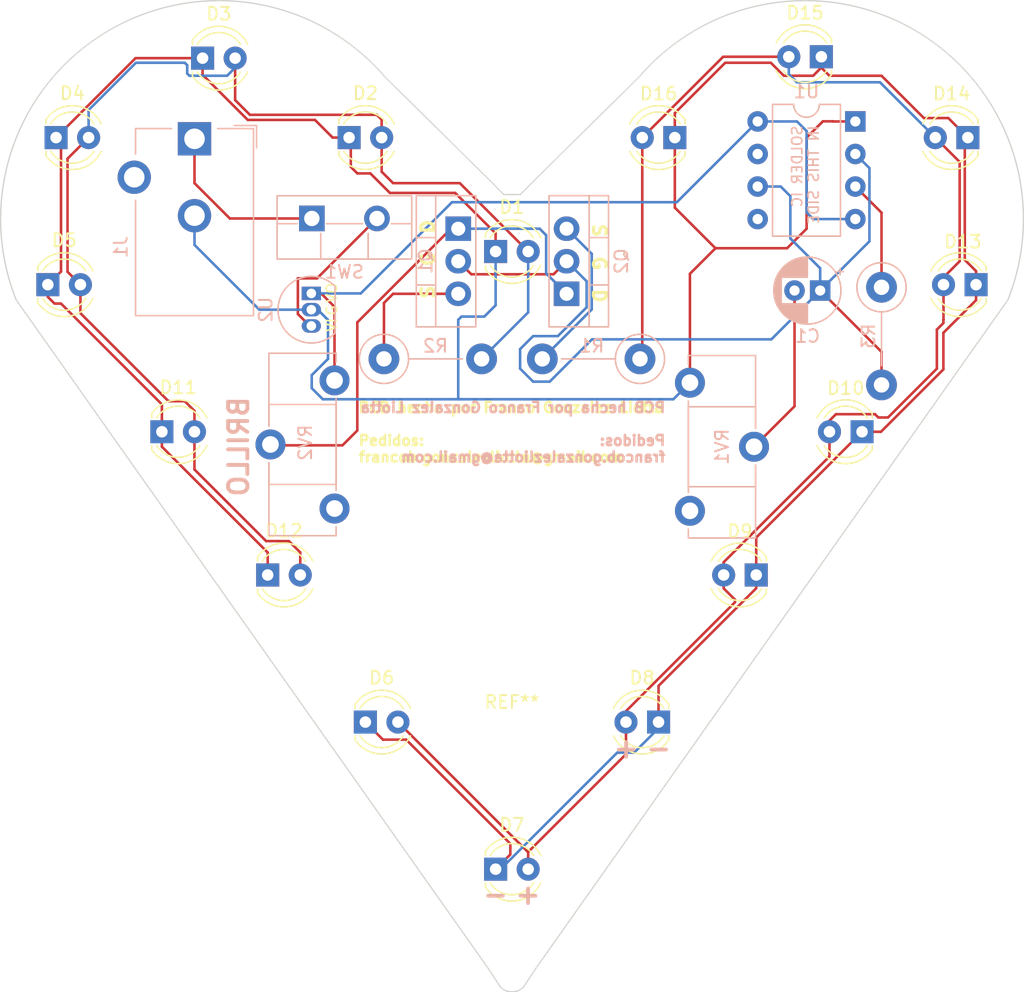
<source format=kicad_pcb>
(kicad_pcb (version 20221018) (generator pcbnew)
  (layers (0 "F.Cu" signal) (31 "B.Cu" signal) (34 "B.Paste" user) (35 "F.Paste" user) (36 "B.SilkS" user "B.Silkscreen") (37 "F.SilkS" user "F.Silkscreen") (38 "B.Mask" user) (39 "F.Mask" user) (44 "Edge.Cuts" user))
  (net 0 "")
  (net 1 "Net-(D1-A)")
  (net 2 "Net-(U2-VI)")
  (net 6 "Net-(D16-A)")
  (net 7 "unconnected-(C1-Pad2)")
  (net 8 "unconnected-(Q1-G-Pad2)")
  (net 9 "unconnected-(Q1-S-Pad3)")
  (net 10 "unconnected-(Q2-S-Pad3)")
  (net 12 "unconnected-(RV2-Pad2)")
  (net 13 "unconnected-(U1-Q-Pad3)")
  (net 14 "unconnected-(U2-GND-Pad2)")
  (net 15 "Net-(U2-VO)")
  (net 16 "NET-(J1-VI)")
  (footprint "LED_THT:LED_D4.0mm" (layer "F.Cu") (at 125.09 84.94)
    (fp_text reference "D12" (at 1.27 -3.46) (layer "F.SilkS"))
    (fp_text value "LED")
    (pad "1" thru_hole rect (at 0 0) (size 1.8 1.8) (drill 0.9) (layers "*.Cu" "*.Mask") (net 14 "unconnected-(U2-GND-Pad2)"))
    (pad "2" thru_hole circle (at 2.54 0) (size 1.8 1.8) (drill 0.9) (layers "*.Cu" "*.Mask") (net 1 "Net-(D1-A)"))
  )
  (footprint "LED_THT:LED_D4.0mm" (layer "F.Cu") (at 163.2 84.94 180)
    (fp_text reference "D9" (at 1.27 3.406) (layer "F.SilkS"))
    (fp_text value "LED")
    (pad "1" thru_hole rect (at 0 0 180) (size 1.8 1.8) (drill 0.9) (layers "*.Cu" "*.Mask") (net 14 "unconnected-(U2-GND-Pad2)"))
    (pad "2" thru_hole circle (at 2.54 0 180) (size 1.8 1.8) (drill 0.9) (layers "*.Cu" "*.Mask") (net 6 "Net-(D16-A)"))
  )
  (footprint "LED_THT:LED_D4.0mm" (layer "F.Cu") (at 132.71 96.42)
    (fp_text reference "D6" (at 1.27 -3.46) (layer "F.SilkS"))
    (fp_text value "LED")
    (pad "1" thru_hole rect (at 0 0) (size 1.8 1.8) (drill 0.9) (layers "*.Cu" "*.Mask") (net 14 "unconnected-(U2-GND-Pad2)"))
    (pad "2" thru_hole circle (at 2.54 0) (size 1.8 1.8) (drill 0.9) (layers "*.Cu" "*.Mask") (net 6 "Net-(D16-A)"))
  )
  (footprint "LED_THT:LED_D4.0mm" (layer "F.Cu") (at 142.87 59.69)
    (fp_text reference "D1" (at 1.27 -3.46) (layer "F.SilkS"))
    (fp_text value "LED")
    (pad "1" thru_hole rect (at 0 0) (size 1.8 1.8) (drill 0.9) (layers "*.Cu" "*.Mask") (net 14 "unconnected-(U2-GND-Pad2)"))
    (pad "2" thru_hole circle (at 2.54 0) (size 1.8 1.8) (drill 0.9) (layers "*.Cu" "*.Mask") (net 1 "Net-(D1-A)"))
  )
  (footprint "LED_THT:LED_D4.0mm" (layer "F.Cu") (at 107.94 62.28)
    (fp_text reference "D5" (at 1.27 -3.46) (layer "F.SilkS"))
    (fp_text value "LED")
    (pad "1" thru_hole rect (at 0 0) (size 1.8 1.8) (drill 0.9) (layers "*.Cu" "*.Mask") (net 14 "unconnected-(U2-GND-Pad2)"))
    (pad "2" thru_hole circle (at 2.54 0) (size 1.8 1.8) (drill 0.9) (layers "*.Cu" "*.Mask") (net 1 "Net-(D1-A)"))
  )
  (footprint "LED_THT:LED_D4.0mm" (layer "F.Cu") (at 156.85 50.8 180)
    (fp_text reference "D16" (at 1.27 3.429) (layer "F.SilkS"))
    (fp_text value "LED")
    (pad "1" thru_hole rect (at 0 0 180) (size 1.8 1.8) (drill 0.9) (layers "*.Cu" "*.Mask") (net 14 "unconnected-(U2-GND-Pad2)"))
    (pad "2" thru_hole circle (at 2.54 0 180) (size 1.8 1.8) (drill 0.9) (layers "*.Cu" "*.Mask") (net 6 "Net-(D16-A)"))
  )
  (footprint "LED_THT:LED_D4.0mm" (layer "F.Cu") (at 120.01 44.6)
    (fp_text reference "D3" (at 1.27 -3.46) (layer "F.SilkS"))
    (fp_text value "LED")
    (pad "1" thru_hole rect (at 0 0) (size 1.8 1.8) (drill 0.9) (layers "*.Cu" "*.Mask") (net 14 "unconnected-(U2-GND-Pad2)"))
    (pad "2" thru_hole circle (at 2.54 0) (size 1.8 1.8) (drill 0.9) (layers "*.Cu" "*.Mask") (net 1 "Net-(D1-A)"))
  )
  (footprint "MountingHole:MountingHole_3.2mm_M3" (layer "F.Cu") (at 144.145 99.06)
    (fp_text reference "REF**" (at 0 -4.2) (layer "F.SilkS"))
    (fp_text value "MountingHole_3.2mm_M3")
    (pad "" np_thru_hole circle (at 0 0) (size 3.2 3.2) (drill 3.2) (layers "*.Cu" "*.Mask"))
  )
  (footprint "LED_THT:LED_D4.0mm" (layer "F.Cu") (at 142.87 107.9)
    (fp_text reference "D7" (at 1.27 -3.46) (layer "F.SilkS"))
    (fp_text value "LED")
    (pad "1" thru_hole rect (at 0 0) (size 1.8 1.8) (drill 0.9) (layers "*.Cu" "*.Mask") (net 14 "unconnected-(U2-GND-Pad2)"))
    (pad "2" thru_hole circle (at 2.54 0) (size 1.8 1.8) (drill 0.9) (layers "*.Cu" "*.Mask") (net 6 "Net-(D16-A)"))
  )
  (footprint "LED_THT:LED_D4.0mm" (layer "F.Cu") (at 168.28 44.49 180)
    (fp_text reference "D15" (at 1.27 3.429) (layer "F.SilkS"))
    (fp_text value "LED")
    (pad "1" thru_hole rect (at 0 0 180) (size 1.8 1.8) (drill 0.9) (layers "*.Cu" "*.Mask") (net 14 "unconnected-(U2-GND-Pad2)"))
    (pad "2" thru_hole circle (at 2.54 0 180) (size 1.8 1.8) (drill 0.9) (layers "*.Cu" "*.Mask") (net 6 "Net-(D16-A)"))
  )
  (footprint "LED_THT:LED_D4.0mm" (layer "F.Cu") (at 131.44 50.8)
    (fp_text reference "D2" (at 1.27 -3.46) (layer "F.SilkS"))
    (fp_text value "LED")
    (pad "1" thru_hole rect (at 0 0) (size 1.8 1.8) (drill 0.9) (layers "*.Cu" "*.Mask") (net 14 "unconnected-(U2-GND-Pad2)"))
    (pad "2" thru_hole circle (at 2.54 0) (size 1.8 1.8) (drill 0.9) (layers "*.Cu" "*.Mask") (net 1 "Net-(D1-A)"))
  )
  (footprint "LED_THT:LED_D4.0mm" (layer "F.Cu") (at 180.35 62.28 180)
    (fp_text reference "D13" (at 1.026 3.352) (layer "F.SilkS"))
    (fp_text value "LED")
    (pad "1" thru_hole rect (at 0 0 180) (size 1.8 1.8) (drill 0.9) (layers "*.Cu" "*.Mask") (net 14 "unconnected-(U2-GND-Pad2)"))
    (pad "2" thru_hole circle (at 2.54 0 180) (size 1.8 1.8) (drill 0.9) (layers "*.Cu" "*.Mask") (net 6 "Net-(D16-A)"))
  )
  (footprint "LED_THT:LED_D4.0mm" (layer "F.Cu") (at 116.835 73.76)
    (fp_text reference "D11" (at 1.27 -3.46) (layer "F.SilkS"))
    (fp_text value "LED")
    (pad "1" thru_hole rect (at 0 0) (size 1.8 1.8) (drill 0.9) (layers "*.Cu" "*.Mask") (net 14 "unconnected-(U2-GND-Pad2)"))
    (pad "2" thru_hole circle (at 2.54 0) (size 1.8 1.8) (drill 0.9) (layers "*.Cu" "*.Mask") (net 1 "Net-(D1-A)"))
  )
  (footprint "LED_THT:LED_D4.0mm" (layer "F.Cu") (at 155.58 96.42 180)
    (fp_text reference "D8" (at 1.28 3.456) (layer "F.SilkS"))
    (fp_text value "LED")
    (pad "1" thru_hole rect (at 0 0 180) (size 1.8 1.8) (drill 0.9) (layers "*.Cu" "*.Mask") (net 14 "unconnected-(U2-GND-Pad2)"))
    (pad "2" thru_hole circle (at 2.54 0 180) (size 1.8 1.8) (drill 0.9) (layers "*.Cu" "*.Mask") (net 6 "Net-(D16-A)"))
  )
  (footprint "LED_THT:LED_D4.0mm" (layer "F.Cu") (at 171.455 73.76 180)
    (fp_text reference "D10" (at 1.27 3.402) (layer "F.SilkS"))
    (fp_text value "LED")
    (pad "1" thru_hole rect (at 0 0 180) (size 1.8 1.8) (drill 0.9) (layers "*.Cu" "*.Mask") (net 14 "unconnected-(U2-GND-Pad2)"))
    (pad "2" thru_hole circle (at 2.54 0 180) (size 1.8 1.8) (drill 0.9) (layers "*.Cu" "*.Mask") (net 6 "Net-(D16-A)"))
  )
  (footprint "LED_THT:LED_D4.0mm" (layer "F.Cu") (at 179.71 50.8 180)
    (fp_text reference "D14" (at 1.27 3.429) (layer "F.SilkS"))
    (fp_text value "LED")
    (pad "1" thru_hole rect (at 0 0 180) (size 1.8 1.8) (drill 0.9) (layers "*.Cu" "*.Mask") (net 14 "unconnected-(U2-GND-Pad2)"))
    (pad "2" thru_hole circle (at 2.54 0 180) (size 1.8 1.8) (drill 0.9) (layers "*.Cu" "*.Mask") (net 6 "Net-(D16-A)"))
  )
  (footprint "LED_THT:LED_D4.0mm" (layer "F.Cu") (at 108.58 50.8)
    (fp_text reference "D4" (at 1.27 -3.46) (layer "F.SilkS"))
    (fp_text value "LED")
    (pad "1" thru_hole rect (at 0 0) (size 1.8 1.8) (drill 0.9) (layers "*.Cu" "*.Mask") (net 14 "unconnected-(U2-GND-Pad2)"))
    (pad "2" thru_hole circle (at 2.54 0) (size 1.8 1.8) (drill 0.9) (layers "*.Cu" "*.Mask") (net 1 "Net-(D1-A)"))
  )
  (footprint "Package_TO_SOT_THT:TO-92_Inline" (layer "B.Cu") (at 128.494 62.962 -90)
    (fp_text reference "U2" (at 1.27 3.56 -270) (layer "B.SilkS") (effects (justify mirror)))
    (fp_text value "L78L05_TO92")
    (pad "1" thru_hole rect (at 0 0 270) (size 1.05 1.5) (drill 0.75) (layers "*.Cu" "*.Mask") (net 15 "Net-(U2-VO)"))
    (pad "2" thru_hole oval (at 1.27 0 270) (size 1.05 1.5) (drill 0.75) (layers "*.Cu" "*.Mask") (net 14 "unconnected-(U2-GND-Pad2)"))
    (pad "3" thru_hole oval (at 2.54 0 270) (size 1.05 1.5) (drill 0.75) (layers "*.Cu" "*.Mask") (net 2 "Net-(U2-VI)"))
  )
  (footprint "Package_TO_SOT_THT:TO-220-3_Vertical" (layer "B.Cu") (at 139.954 57.912 -90)
    (fp_text reference "Q1" (at 2.54 2.54 90) (layer "B.SilkS") (effects (justify mirror)))
    (fp_text value "NMOS")
    (pad "1" thru_hole rect (at 0 0 270) (size 1.905 2) (drill 1.1) (layers "*.Cu" "*.Mask") (net 12 "unconnected-(RV2-Pad2)"))
    (pad "2" thru_hole oval (at 2.54 0 270) (size 1.905 2) (drill 1.1) (layers "*.Cu" "*.Mask") (net 8 "unconnected-(Q1-G-Pad2)"))
    (pad "3" thru_hole oval (at 5.08 0 270) (size 1.905 2) (drill 1.1) (layers "*.Cu" "*.Mask") (net 9 "unconnected-(Q1-S-Pad3)"))
  )
  (footprint "Resistor_THT:R_Axial_DIN0411_L9.9mm_D3.6mm_P7.62mm_Vertical" (layer "B.Cu") (at 134.158 68.072)
    (fp_text reference "R2" (at 4.018 -1.016 180) (layer "B.SilkS") (effects (justify mirror)))
    (fp_text value "R")
    (pad "1" thru_hole circle (at 0 0) (size 2.4 2.4) (drill 1.2) (layers "*.Cu" "*.Mask") (net 9 "unconnected-(Q1-S-Pad3)"))
    (pad "2" thru_hole oval (at 7.62 0) (size 2.4 2.4) (drill 1.2) (layers "*.Cu" "*.Mask") (net 1 "Net-(D1-A)"))
  )
  (footprint "Connector_BarrelJack:BarrelJack_CUI_PJ-102AH_Horizontal" (layer "B.Cu") (at 119.38 50.896 180)
    (fp_text reference "J1" (at 5.75 -8.45 90) (layer "B.SilkS") (effects (justify mirror)))
    (fp_text value "Jack-DC")
    (pad "1" thru_hole rect (at 0 0 180) (size 2.6 2.6) (drill 1.6) (layers "*.Cu" "*.Mask") (net 16 "NET-(J1-VI)"))
    (pad "2" thru_hole circle (at 0 -6 180) (size 2.6 2.6) (drill 1.6) (layers "*.Cu" "*.Mask") (net 14 "unconnected-(U2-GND-Pad2)"))
    (pad "3" thru_hole circle (at 4.7 -3 180) (size 2.6 2.6) (drill 1.6) (layers "*.Cu" "*.Mask"))
  )
  (footprint "Capacitor_THT:CP_Radial_D5.0mm_P2.00mm" (layer "B.Cu") (at 168.189113 62.738 180)
    (fp_text reference "C1" (at 0.984 -3.556) (layer "B.SilkS") (effects (justify mirror)))
    (fp_text value "C_Polarized")
    (pad "1" thru_hole rect (at 0 0 180) (size 1.6 1.6) (drill 0.8) (layers "*.Cu" "*.Mask") (net 8 "unconnected-(Q1-G-Pad2)"))
    (pad "2" thru_hole circle (at 2 0 180) (size 1.6 1.6) (drill 0.8) (layers "*.Cu" "*.Mask") (net 7 "unconnected-(C1-Pad2)"))
  )
  (footprint "Potentiometer_THT:Potentiometer_ACP_CA14-H5_Horizontal" (layer "B.Cu") (at 130.304 69.752 180)
    (fp_text reference "RV2" (at 2.286 -4.856 90) (layer "B.SilkS") (effects (justify mirror)))
    (fp_text value "R_Potentiometer")
    (pad "1" thru_hole circle (at 0 0 180) (size 2.34 2.34) (drill 1.3) (layers "*.Cu" "*.Mask") (net 15 "Net-(U2-VO)"))
    (pad "2" thru_hole circle (at 5 -5 180) (size 2.34 2.34) (drill 1.3) (layers "*.Cu" "*.Mask") (net 12 "unconnected-(RV2-Pad2)"))
    (pad "3" thru_hole circle (at 0 -10 180) (size 2.34 2.34) (drill 1.3) (layers "*.Cu" "*.Mask"))
  )
  (footprint "Resistor_THT:R_Axial_DIN0411_L9.9mm_D3.6mm_P7.62mm_Vertical" (layer "B.Cu") (at 172.974 62.484 -90)
    (fp_text reference "R3" (at 3.81 1.016 90) (layer "B.SilkS") (effects (justify mirror)))
    (fp_text value "R")
    (pad "1" thru_hole circle (at 0 0 270) (size 2.4 2.4) (drill 1.2) (layers "*.Cu" "*.Mask") (net 13 "unconnected-(U1-Q-Pad3)"))
    (pad "2" thru_hole oval (at 7.62 0 270) (size 2.4 2.4) (drill 1.2) (layers "*.Cu" "*.Mask") (net 8 "unconnected-(Q1-G-Pad2)"))
  )
  (footprint "Package_TO_SOT_THT:TO-220-3_Vertical" (layer "B.Cu") (at 148.407 62.992 90)
    (fp_text reference "Q2" (at 2.54 4.27 90) (layer "B.SilkS") (effects (justify mirror)))
    (fp_text value "NMOS")
    (pad "1" thru_hole rect (at 0 0 90) (size 1.905 2) (drill 1.1) (layers "*.Cu" "*.Mask") (net 12 "unconnected-(RV2-Pad2)"))
    (pad "2" thru_hole oval (at 2.54 0 90) (size 1.905 2) (drill 1.1) (layers "*.Cu" "*.Mask") (net 8 "unconnected-(Q1-G-Pad2)"))
    (pad "3" thru_hole oval (at 5.08 0 90) (size 1.905 2) (drill 1.1) (layers "*.Cu" "*.Mask") (net 10 "unconnected-(Q2-S-Pad3)"))
  )
  (footprint "Package_TO_SOT_THT:TO-220F-2_Vertical" (layer "B.Cu") (at 128.534 57.112)
    (fp_text reference "SW1" (at 2.54 4.1675) (layer "B.SilkS") (effects (justify mirror)))
    (fp_text value "SW_SPST")
    (pad "1" thru_hole rect (at 0 0) (size 2 2) (drill 1.2) (layers "*.Cu" "*.Mask") (net 16 "NET-(J1-VI)"))
    (pad "2" thru_hole oval (at 5.08 0) (size 2 2) (drill 1.2) (layers "*.Cu" "*.Mask") (net 2 "Net-(U2-VI)"))
  )
  (footprint "Potentiometer_THT:Potentiometer_ACP_CA14-H5_Horizontal" (layer "B.Cu") (at 158.028 79.93)
    (fp_text reference "RV1" (at 2.5 -5 90) (layer "B.SilkS") (effects (justify mirror)))
    (fp_text value "R_Potentiometer")
    (pad "1" thru_hole circle (at 0 0) (size 2.34 2.34) (drill 1.3) (layers "*.Cu" "*.Mask"))
    (pad "2" thru_hole circle (at 5 -5) (size 2.34 2.34) (drill 1.3) (layers "*.Cu" "*.Mask") (net 7 "unconnected-(C1-Pad2)"))
    (pad "3" thru_hole circle (at 0 -10) (size 2.34 2.34) (drill 1.3) (layers "*.Cu" "*.Mask") (net 14 "unconnected-(U2-GND-Pad2)"))
  )
  (footprint "Resistor_THT:R_Axial_DIN0411_L9.9mm_D3.6mm_P7.62mm_Vertical" (layer "B.Cu") (at 154.132 68.072 180)
    (fp_text reference "R1" (at 3.764 1.016) (layer "B.SilkS") (effects (justify mirror)))
    (fp_text value "R")
    (pad "1" thru_hole circle (at 0 0 180) (size 2.4 2.4) (drill 1.2) (layers "*.Cu" "*.Mask") (net 6 "Net-(D16-A)"))
    (pad "2" thru_hole oval (at 7.62 0 180) (size 2.4 2.4) (drill 1.2) (layers "*.Cu" "*.Mask") (net 10 "unconnected-(Q2-S-Pad3)"))
  )
  (footprint "Package_DIP:DIP-8_W7.62mm" (layer "B.Cu") (at 170.932 49.54 180)
    (fp_text reference "U1" (at 3.81 2.33) (layer "B.SilkS") (effects (justify mirror)))
    (fp_text value "NE555P")
    (pad "1" thru_hole rect (at 0 0 180) (size 1.6 1.6) (drill 0.8) (layers "*.Cu" "*.Mask") (net 14 "unconnected-(U2-GND-Pad2)"))
    (pad "2" thru_hole oval (at 0 -2.54 180) (size 1.6 1.6) (drill 0.8) (layers "*.Cu" "*.Mask") (net 8 "unconnected-(Q1-G-Pad2)"))
    (pad "3" thru_hole oval (at 0 -5.08 180) (size 1.6 1.6) (drill 0.8) (layers "*.Cu" "*.Mask") (net 13 "unconnected-(U1-Q-Pad3)"))
    (pad "4" thru_hole oval (at 0 -7.62 180) (size 1.6 1.6) (drill 0.8) (layers "*.Cu" "*.Mask") (net 15 "Net-(U2-VO)"))
    (pad "5" thru_hole oval (at 7.62 -7.62 180) (size 1.6 1.6) (drill 0.8) (layers "*.Cu" "*.Mask"))
    (pad "6" thru_hole oval (at 7.62 -5.08 180) (size 1.6 1.6) (drill 0.8) (layers "*.Cu" "*.Mask") (net 8 "unconnected-(Q1-G-Pad2)"))
    (pad "7" thru_hole oval (at 7.62 -2.54 180) (size 1.6 1.6) (drill 0.8) (layers "*.Cu" "*.Mask"))
    (pad "8" thru_hole oval (at 7.62 0 180) (size 1.6 1.6) (drill 0.8) (layers "*.Cu" "*.Mask") (net 15 "Net-(U2-VO)"))
  )
  (gr_line locked (start 144.145 55.245) (end 143.51 55.245) (stroke (width 0.1)) (layer "Edge.Cuts"))
  (gr_arc locked (start 121.295 40.111164) (mid 128.414792 41.67) (end 134.231849 46.061272) (stroke (width 0.1)) (layer "Edge.Cuts"))
  (gr_arc locked (start 145.043026 117.103026) (mid 144.631008 117.378328) (end 144.145 117.475) (stroke (width 0.1)) (layer "Edge.Cuts"))
  (gr_line locked (start 146.05 53.975) (end 144.79 55.245) (stroke (width 0.1)) (layer "Edge.Cuts"))
  (gr_line locked (start 154.068151 46.061272) (end 146.05 53.975) (stroke (width 0.1)) (layer "Edge.Cuts"))
  (gr_line locked (start 142.25 53.975) (end 143.51 55.245) (stroke (width 0.1)) (layer "Edge.Cuts"))
  (gr_arc locked (start 154.068151 46.061272) (mid 159.885208 41.67) (end 167.005 40.111164) (stroke (width 0.1)) (layer "Edge.Cuts"))
  (gr_arc locked (start 105.474838 63.478064) (mid 107.185699 47.597538) (end 121.295 40.111164) (stroke (width 0.1)) (layer "Edge.Cuts"))
  (gr_line locked (start 134.231849 46.061272) (end 142.25 53.975) (stroke (width 0.1)) (layer "Edge.Cuts"))
  (gr_arc locked (start 144.145 117.475) (mid 143.658992 117.378327) (end 143.246974 117.103026) (stroke (width 0.1)) (layer "Edge.Cuts"))
  (gr_line locked (start 182.825161 63.478064) (end 146.06 115.57) (stroke (width 0.1)) (layer "Edge.Cuts"))
  (gr_line locked (start 145.043026 117.103026) (end 146.06 115.57) (stroke (width 0.1)) (layer "Edge.Cuts"))
  (gr_line locked (start 105.474838 63.478064) (end 142.24 115.57) (stroke (width 0.1)) (layer "Edge.Cuts"))
  (gr_line locked (start 143.246974 117.103026) (end 142.24 115.57) (stroke (width 0.1)) (layer "Edge.Cuts"))
  (gr_arc locked (start 167.005 40.111165) (mid 181.114301 47.597538) (end 182.825161 63.478064) (stroke (width 0.1)) (layer "Edge.Cuts"))
  (gr_line locked (start 144.145 55.245) (end 144.79 55.245) (stroke (width 0.1)) (layer "Edge.Cuts"))
  (gr_text "PCB hecha por Franco Gonzalez Liotta\n\nPedidos: \nfrancob.gonzalezliotta@gmail.com" (at 156.21 76.2) (layer "B.SilkS") (effects (font (size 0.8 0.8) (thickness 0.2) bold) (justify left bottom mirror)))
  (gr_text "+" (at 144.272 110.744) (layer "B.SilkS") (effects (font (size 1.5 1.5) (thickness 0.3) bold) (justify left bottom)))
  (gr_text "-" (at 156.718 97.79 180) (layer "B.SilkS") (effects (font (size 1.5 1.5) (thickness 0.3) bold) (justify left bottom)))
  (gr_text "SOLDER IC \nIN THIS SIDE" (at 168.148 49.784 90) (layer "B.SilkS") (effects (font (size 0.8 0.8) (thickness 0.125) bold) (justify left bottom mirror)))
  (gr_text "-" (at 141.732 110.744) (layer "B.SilkS") (effects (font (size 1.5 1.5) (thickness 0.3) bold) (justify left bottom)))
  (gr_text "+" (at 154.178 97.79 180) (layer "B.SilkS") (effects (font (size 1.5 1.5) (thickness 0.3) bold) (justify left bottom)))
  (gr_text "BRILLO" (at 123.698 70.866 90) (layer "B.SilkS") (effects (font (size 1.5 1.5) (thickness 0.3) bold) (justify left bottom mirror)))
  (gr_text "G" (at 138.176 60.96 90) (layer "F.SilkS") (effects (font (size 1 1) (thickness 0.25) bold) (justify left bottom)))
  (gr_text "VI" (at 130.556 66.04 90) (layer "F.SilkS") (effects (font (size 0.8 0.8) (thickness 0.125)) (justify left bottom)))
  (gr_text "PCB hecha por Franco Gonzalez Liotta\n\nPedidos: \nfrancob.gonzalezliotta@gmail.com" (at 132.08 76.2) (layer "F.SilkS") (effects (font (size 0.8 0.8) (thickness 0.2) bold) (justify left bottom)))
  (gr_text "G" (at 150.368 59.944 270) (layer "F.SilkS") (effects (font (size 1 1) (thickness 0.25) bold) (justify left bottom)))
  (gr_text "S" (at 138.176 63.5 90) (layer "F.SilkS") (effects (font (size 1 1) (thickness 0.25) bold) (justify left bottom)))
  (gr_text "VO" (at 130.556 63.754 90) (layer "F.SilkS") (effects (font (size 0.8 0.8) (thickness 0.125)) (justify left bottom)))
  (gr_text "G" (at 130.556 64.77 90) (layer "F.SilkS") (effects (font (size 0.8 0.8) (thickness 0.125)) (justify left bottom)))
  (gr_text "D" (at 138.176 58.42 90) (layer "F.SilkS") (effects (font (size 1 1) (thickness 0.25) bold) (justify left bottom)))
  (gr_text "S" (at 150.368 57.404 270) (layer "F.SilkS") (effects (font (size 1 1) (thickness 0.25) bold) (justify left bottom)))
  (gr_text "D" (at 150.368 62.484 -90) (layer "F.SilkS") (effects (font (size 1 1) (thickness 0.25) bold) (justify left bottom)))
  (segment (start 127.63 83.18) (end 127.63 84.94) (width 0.2) (layer "F.Cu") (net 1))
  (segment (start 124.968 82.296) (end 126.746 82.296) (width 0.2) (layer "F.Cu") (net 1))
  (segment (start 110.48 62.28) (end 109.474 61.274) (width 0.2) (layer "F.Cu") (net 1))
  (segment (start 145.41 59.69) (end 140.076 54.356) (width 0.2) (layer "F.Cu") (net 1))
  (segment (start 133.98 49.398) (end 133.604 49.022) (width 0.2) (layer "F.Cu") (net 1))
  (segment (start 126.746 82.296) (end 127.63 83.18) (width 0.2) (layer "F.Cu") (net 1))
  (segment (start 110.48 62.28) (end 110.48 64.506) (width 0.2) (layer "F.Cu") (net 1))
  (segment (start 133.98 50.8) (end 133.98 49.398) (width 0.2) (layer "F.Cu") (net 1))
  (segment (start 110.48 64.506) (end 117.348 71.374) (width 0.2) (layer "F.Cu") (net 1))
  (segment (start 122.55 47.874) (end 122.55 44.6) (width 0.2) (layer "F.Cu") (net 1))
  (segment (start 119.375 72.131) (end 119.375 73.76) (width 0.2) (layer "F.Cu") (net 1))
  (segment (start 109.474 52.446) (end 111.12 50.8) (width 0.2) (layer "F.Cu") (net 1))
  (segment (start 118.618 71.374) (end 119.375 72.131) (width 0.2) (layer "F.Cu") (net 1))
  (segment (start 133.604 49.022) (end 123.698 49.022) (width 0.2) (layer "F.Cu") (net 1))
  (segment (start 123.698 49.022) (end 122.55 47.874) (width 0.2) (layer "F.Cu") (net 1))
  (segment (start 133.98 53.462) (end 133.98 50.8) (width 0.2) (layer "F.Cu") (net 1))
  (segment (start 134.874 54.356) (end 133.98 53.462) (width 0.2) (layer "F.Cu") (net 1))
  (segment (start 109.474 61.274) (end 109.474 52.446) (width 0.2) (layer "F.Cu") (net 1))
  (segment (start 119.375 76.703) (end 124.968 82.296) (width 0.2) (layer "F.Cu") (net 1))
  (segment (start 119.375 73.76) (end 119.375 76.703) (width 0.2) (layer "F.Cu") (net 1))
  (segment (start 117.348 71.374) (end 118.618 71.374) (width 0.2) (layer "F.Cu") (net 1))
  (segment (start 140.076 54.356) (end 134.874 54.356) (width 0.2) (layer "F.Cu") (net 1))
  (segment (start 122.55 45.344) (end 122.55 44.6) (width 0.2) (layer "B.Cu") (net 1))
  (segment (start 118.984 45.974) (end 121.92 45.974) (width 0.2) (layer "B.Cu") (net 1))
  (segment (start 118.618 44.958) (end 118.81 45.15) (width 0.2) (layer "B.Cu") (net 1))
  (segment (start 111.12 50.8) (end 111.12 48.646) (width 0.2) (layer "B.Cu") (net 1))
  (segment (start 111.12 48.646) (end 114.808 44.958) (width 0.2) (layer "B.Cu") (net 1))
  (segment (start 121.92 45.974) (end 122.55 45.344) (width 0.2) (layer "B.Cu") (net 1))
  (segment (start 118.81 45.8) (end 118.984 45.974) (width 0.2) (layer "B.Cu") (net 1))
  (segment (start 118.81 45.15) (end 118.81 45.8) (width 0.2) (layer "B.Cu") (net 1))
  (segment (start 114.808 44.958) (end 118.618 44.958) (width 0.2) (layer "B.Cu") (net 1))
  (segment (start 145.41 64.44) (end 145.41 59.69) (width 0.2) (layer "B.Cu") (net 1))
  (segment (start 141.778 68.072) (end 145.41 64.44) (width 0.2) (layer "B.Cu") (net 1))
  (segment (start 127.444 61.786) (end 128.94 61.786) (width 0.2) (layer "F.Cu") (net 2))
  (segment (start 128.372274 65.502) (end 128.494 65.502) (width 0.2) (layer "F.Cu") (net 2))
  (segment (start 127.444 61.786) (end 127.444 64.573726) (width 0.2) (layer "F.Cu") (net 2))
  (segment (start 128.94 61.786) (end 133.614 57.112) (width 0.2) (layer "F.Cu") (net 2))
  (segment (start 127.444 64.573726) (end 128.372274 65.502) (width 0.2) (layer "F.Cu") (net 2))
  (segment (start 173.482 72.644) (end 177.292 68.834) (width 0.2) (layer "F.Cu") (net 6))
  (segment (start 179.07 52.7) (end 177.17 50.8) (width 0.2) (layer "F.Cu") (net 6))
  (segment (start 172.466 72.39) (end 172.72 72.644) (width 0.2) (layer "F.Cu") (net 6))
  (segment (start 168.915 72.893) (end 169.418 72.39) (width 0.2) (layer "F.Cu") (net 6))
  (segment (start 161.544 87.064314) (end 161.544 86.868) (width 0.2) (layer "F.Cu") (net 6))
  (segment (start 160.66 84.94) (end 160.66 83.942) (width 0.2) (layer "F.Cu") (net 6))
  (segment (start 160.62 44.49) (end 165.74 44.49) (width 0.2) (layer "F.Cu") (net 6))
  (segment (start 161.544 86.868) (end 160.66 85.984) (width 0.2) (layer "F.Cu") (net 6))
  (segment (start 168.915 75.687) (end 168.915 73.76) (width 0.2) (layer "F.Cu") (net 6))
  (segment (start 172.72 72.644) (end 173.482 72.644) (width 0.2) (layer "F.Cu") (net 6))
  (segment (start 177.292 68.834) (end 177.292 65.786) (width 0.2) (layer "F.Cu") (net 6))
  (segment (start 160.66 83.942) (end 168.915 75.687) (width 0.2) (layer "F.Cu") (net 6))
  (segment (start 169.418 72.39) (end 172.466 72.39) (width 0.2) (layer "F.Cu") (net 6))
  (segment (start 177.81 61.712) (end 179.07 60.452) (width 0.2) (layer "F.Cu") (net 6))
  (segment (start 160.66 85.984) (end 160.66 84.94) (width 0.2) (layer "F.Cu") (net 6))
  (segment (start 153.04 96.42) (end 153.04 95.568314) (width 0.2) (layer "F.Cu") (net 6))
  (segment (start 154.132 68.072) (end 154.178 68.072) (width 0.2) (layer "F.Cu") (net 6))
  (segment (start 168.915 73.76) (end 168.915 72.893) (width 0.2) (layer "F.Cu") (net 6))
  (segment (start 153.04 96.42) (end 153.262 96.42) (width 0.2) (layer "F.Cu") (net 6))
  (segment (start 177.8 65.278) (end 177.8 65.024) (width 0.2) (layer "F.Cu") (net 6))
  (segment (start 179.07 60.452) (end 179.07 52.7) (width 0.2) (layer "F.Cu") (net 6))
  (segment (start 177.292 65.786) (end 177.8 65.278) (width 0.2) (layer "F.Cu") (net 6))
  (segment (start 177.8 65.024) (end 177.81 65.014) (width 0.2) (layer "F.Cu") (net 6))
  (segment (start 153.04 98.928) (end 153.04 96.42) (width 0.2) (layer "F.Cu") (net 6))
  (segment (start 177.81 65.014) (end 177.81 62.28) (width 0.2) (layer "F.Cu") (net 6))
  (segment (start 154.178 68.072) (end 154.31 67.94) (width 0.2) (layer "F.Cu") (net 6))
  (segment (start 145.41 106.558) (end 145.41 107.9) (width 0.2) (layer "F.Cu") (net 6))
  (segment (start 154.31 50.8) (end 160.62 44.49) (width 0.2) (layer "F.Cu") (net 6))
  (segment (start 177.81 62.28) (end 177.81 61.712) (width 0.2) (layer "F.Cu") (net 6))
  (segment (start 153.04 95.568314) (end 161.544 87.064314) (width 0.2) (layer "F.Cu") (net 6))
  (segment (start 154.31 67.94) (end 154.31 50.8) (width 0.2) (layer "F.Cu") (net 6))
  (segment (start 145.41 106.558) (end 153.04 98.928) (width 0.2) (layer "F.Cu") (net 6))
  (segment (start 135.25 96.42) (end 145.388 106.558) (width 0.2) (layer "F.Cu") (net 6))
  (segment (start 145.388 106.558) (end 145.41 106.558) (width 0.2) (layer "F.Cu") (net 6))
  (segment (start 177.17 50.8) (end 172.852 46.482) (width 0.2) (layer "B.Cu") (net 6))
  (segment (start 166.37 46.482) (end 165.74 45.852) (width 0.2) (layer "B.Cu") (net 6))
  (segment (start 165.74 45.852) (end 165.74 44.49) (width 0.2) (layer "B.Cu") (net 6))
  (segment (start 172.852 46.482) (end 166.37 46.482) (width 0.2) (layer "B.Cu") (net 6))
  (segment (start 163.028 74.93) (end 163.068 74.93) (width 0.2) (layer "F.Cu") (net 7))
  (segment (start 166.189113 62.738) (end 166.189113 71.768887) (width 0.2) (layer "F.Cu") (net 7))
  (segment (start 163.068 74.93) (end 163.576 74.422) (width 0.2) (layer "F.Cu") (net 7))
  (segment (start 166.189113 71.768887) (end 163.028 74.93) (width 0.2) (layer "F.Cu") (net 7))
  (segment (start 140.97 61.468) (end 147.391 61.468) (width 0.2) (layer "F.Cu") (net 8))
  (segment (start 139.954 60.452) (end 140.97 61.468) (width 0.2) (layer "F.Cu") (net 8))
  (segment (start 172.974 70.104) (end 172.974 67.522887) (width 0.2) (layer "F.Cu") (net 8))
  (segment (start 147.391 61.468) (end 148.407 60.452) (width 0.2) (layer "F.Cu") (net 8))
  (segment (start 172.974 67.522887) (end 168.189113 62.738) (width 0.2) (layer "F.Cu") (net 8))
  (segment (start 145.796 69.85) (end 144.78 68.834) (width 0.2) (layer "B.Cu") (net 8))
  (segment (start 150.389661 66.548) (end 147.087661 69.85) (width 0.2) (layer "B.Cu") (net 8))
  (segment (start 147.724314 66.294) (end 149.968 64.050314) (width 0.2) (layer "B.Cu") (net 8))
  (segment (start 144.78 68.834) (end 144.78 67.31) (width 0.2) (layer "B.Cu") (net 8))
  (segment (start 145.796 66.294) (end 147.724314 66.294) (width 0.2) (layer "B.Cu") (net 8))
  (segment (start 170.932 52.08) (end 172.032 53.18) (width 0.2) (layer "B.Cu") (net 8))
  (segment (start 147.087661 69.85) (end 145.796 69.85) (width 0.2) (layer "B.Cu") (net 8))
  (segment (start 165.862 58.674) (end 168.189113 61.001113) (width 0.2) (layer "B.Cu") (net 8))
  (segment (start 168.189113 62.738) (end 164.379113 66.548) (width 0.2) (layer "B.Cu") (net 8))
  (segment (start 164.379113 66.548) (end 150.389661 66.548) (width 0.2) (layer "B.Cu") (net 8))
  (segment (start 168.189113 61.001113) (end 168.189113 62.738) (width 0.2) (layer "B.Cu") (net 8))
  (segment (start 149.968 62.013) (end 148.407 60.452) (width 0.2) (layer "B.Cu") (net 8))
  (segment (start 144.78 67.31) (end 145.796 66.294) (width 0.2) (layer "B.Cu") (net 8))
  (segment (start 165.862 55.372) (end 165.862 58.674) (width 0.2) (layer "B.Cu") (net 8))
  (segment (start 165.11 54.62) (end 165.862 55.372) (width 0.2) (layer "B.Cu") (net 8))
  (segment (start 172.032 53.18) (end 172.032 58.895113) (width 0.2) (layer "B.Cu") (net 8))
  (segment (start 163.312 54.62) (end 165.11 54.62) (width 0.2) (layer "B.Cu") (net 8))
  (segment (start 172.032 58.895113) (end 168.189113 62.738) (width 0.2) (layer "B.Cu") (net 8))
  (segment (start 149.968 64.050314) (end 149.968 62.013) (width 0.2) (layer "B.Cu") (net 8))
  (segment (start 139.954 62.992) (end 134.874 62.992) (width 0.2) (layer "F.Cu") (net 9))
  (segment (start 134.158 63.708) (end 134.158 68.072) (width 0.2) (layer "F.Cu") (net 9))
  (segment (start 134.874 62.992) (end 134.158 63.708) (width 0.2) (layer "F.Cu") (net 9))
  (segment (start 150.368 59.873) (end 150.368 64.216) (width 0.2) (layer "B.Cu") (net 10))
  (segment (start 150.368 64.216) (end 146.512 68.072) (width 0.2) (layer "B.Cu") (net 10))
  (segment (start 148.407 57.912) (end 150.368 59.873) (width 0.2) (layer "B.Cu") (net 10))
  (segment (start 130.92 74.82) (end 132.08 73.66) (width 0.2) (layer "F.Cu") (net 12))
  (segment (start 132.08 73.66) (end 132.08 65.220314) (width 0.2) (layer "F.Cu") (net 12))
  (segment (start 132.08 65.220314) (end 139.388314 57.912) (width 0.2) (layer "F.Cu") (net 12))
  (segment (start 139.388314 57.912) (end 139.954 57.912) (width 0.2) (layer "F.Cu") (net 12))
  (segment (start 125.302 74.82) (end 130.92 74.82) (width 0.2) (layer "F.Cu") (net 12))
  (segment (start 146.812 58.42) (end 146.812 61.397) (width 0.2) (layer "B.Cu") (net 12))
  (segment (start 146.304 57.912) (end 146.812 58.42) (width 0.2) (layer "B.Cu") (net 12))
  (segment (start 139.954 57.912) (end 146.304 57.912) (width 0.2) (layer "B.Cu") (net 12))
  (segment (start 146.812 61.397) (end 148.407 62.992) (width 0.2) (layer "B.Cu") (net 12))
  (segment (start 172.974 56.662) (end 172.974 62.484) (width 0.2) (layer "F.Cu") (net 13))
  (segment (start 170.932 54.62) (end 172.974 56.662) (width 0.2) (layer "F.Cu") (net 13))
  (segment (start 128.778 49.422) (end 130.156 50.8) (width 0.2) (layer "F.Cu") (net 14))
  (segment (start 144.018 105.918) (end 144.018 106.752) (width 0.2) (layer "F.Cu") (net 14))
  (segment (start 179.47 51.04) (end 179.71 50.8) (width 0.2) (layer "F.Cu") (net 14))
  (segment (start 108.58 50.8) (end 114.78 44.6) (width 0.2) (layer "F.Cu") (net 14))
  (segment (start 133.096 53.594) (end 132.08 53.594) (width 0.2) (layer "F.Cu") (net 14))
  (segment (start 116.835 71.623) (end 108.966 63.754) (width 0.2) (layer "F.Cu") (net 14))
  (segment (start 158.028 61.428) (end 160.02 59.436) (width 0.2) (layer "F.Cu") (net 14))
  (segment (start 155.58 96.42) (end 155.58 93.594) (width 0.2) (layer "F.Cu") (net 14))
  (segment (start 167.64 45.974) (end 168.28 45.334) (width 0.2) (layer "F.Cu") (net 14))
  (segment (start 169.174 49.54) (end 170.932 49.54) (width 0.2) (layer "F.Cu") (net 14))
  (segment (start 144.018 106.752) (end 142.87 107.9) (width 0.2) (layer "F.Cu") (net 14))
  (segment (start 160.782 44.958) (end 164.338 44.958) (width 0.2) (layer "F.Cu") (net 14))
  (segment (start 176.276 49.276) (end 172.974 45.974) (width 0.2) (layer "F.Cu") (net 14))
  (segment (start 156.85 48.89) (end 160.782 44.958) (width 0.2) (layer "F.Cu") (net 14))
  (segment (start 179.71 50.8) (end 178.186 49.276) (width 0.2) (layer "F.Cu") (net 14))
  (segment (start 171.455 73.76) (end 172.931686 73.76) (width 0.2) (layer "F.Cu") (net 14))
  (segment (start 155.58 93.594) (end 163.2 85.974) (width 0.2) (layer "F.Cu") (net 14))
  (segment (start 172.931686 73.76) (end 177.8 68.891686) (width 0.2) (layer "F.Cu") (net 14))
  (segment (start 163.2 85.974) (end 163.2 84.94) (width 0.2) (layer "F.Cu") (net 14))
  (segment (start 134.08 97.79) (end 135.89 97.79) (width 0.2) (layer "F.Cu") (net 14))
  (segment (start 142.87 59.69) (end 142.87 58.2755) (width 0.2) (layer "F.Cu") (net 14))
  (segment (start 168.28 45.344) (end 168.28 44.49) (width 0.2) (layer "F.Cu") (net 14))
  (segment (start 116.835 74.925) (end 116.835 73.76) (width 0.2) (layer "F.Cu") (net 14))
  (segment (start 164.338 44.958) (end 165.354 45.974) (width 0.2) (layer "F.Cu") (net 14))
  (segment (start 107.94 63.236) (end 107.94 62.28) (width 0.2) (layer "F.Cu") (net 14))
  (segment (start 120.01 44.6) (end 120.01 45.899686) (width 0.2) (layer "F.Cu") (net 14))
  (segment (start 168.28 45.334) (end 168.28 44.49) (width 0.2) (layer "F.Cu") (net 14))
  (segment (start 167.132 57.912) (end 167.132 50.8) (width 0.2) (layer "F.Cu") (net 14))
  (segment (start 165.608 59.436) (end 167.132 57.912) (width 0.2) (layer "F.Cu") (net 14))
  (segment (start 123.532314 49.422) (end 128.778 49.422) (width 0.2) (layer "F.Cu") (net 14))
  (segment (start 131.572 53.086) (end 131.572 51.233685) (width 0.2) (layer "F.Cu") (net 14))
  (segment (start 130.156 50.8) (end 131.44 50.8) (width 0.2) (layer "F.Cu") (net 14))
  (segment (start 108.966 61.254) (end 108.966 51.186) (width 0.2) (layer "F.Cu") (net 14))
  (segment (start 107.94 62.28) (end 108.966 61.254) (width 0.2) (layer "F.Cu") (net 14))
  (segment (start 125.09 84.94) (end 125.09 83.18) (width 0.2) (layer "F.Cu") (net 14))
  (segment (start 142.87 58.2755) (end 139.7125 55.118) (width 0.2) (layer "F.Cu") (net 14))
  (segment (start 125.09 83.18) (end 116.835 74.925) (width 0.2) (layer "F.Cu") (net 14))
  (segment (start 120.01 45.899686) (end 123.532314 49.422) (width 0.2) (layer "F.Cu") (net 14))
  (segment (start 169.164 49.53) (end 169.174 49.54) (width 0.2) (layer "F.Cu") (net 14))
  (segment (start 156.85 56.266) (end 160.02 59.436) (width 0.2) (layer "F.Cu") (net 14))
  (segment (start 180.35 61.224) (end 179.47 60.344) (width 0.2) (layer "F.Cu") (net 14))
  (segment (start 168.402 49.53) (end 169.164 49.53) (width 0.2) (layer "F.Cu") (net 14))
  (segment (start 132.71 96.42) (end 134.08 97.79) (width 0.2) (layer "F.Cu") (net 14))
  (segment (start 177.8 68.891686) (end 177.8 66.04) (width 0.2) (layer "F.Cu") (net 14))
  (segment (start 180.35 63.49) (end 180.35 62.28) (width 0.2) (layer "F.Cu") (net 14))
  (segment (start 134.62 55.118) (end 133.096 53.594) (width 0.2) (layer "F.Cu") (net 14))
  (segment (start 156.85 50.8) (end 156.85 48.89) (width 0.2) (layer "F.Cu") (net 14))
  (segment (start 139.7125 55.118) (end 134.62 55.118) (width 0.2) (layer "F.Cu") (net 14))
  (segment (start 177.8 66.04) (end 180.35 63.49) (width 0.2) (layer "F.Cu") (net 14))
  (segment (start 168.91 45.974) (end 168.28 45.344) (width 0.2) (layer "F.Cu") (net 14))
  (segment (start 178.186 49.276) (end 176.276 49.276) (width 0.2) (layer "F.Cu") (net 14))
  (segment (start 172.974 45.974) (end 168.91 45.974) (width 0.2) (layer "F.Cu") (net 14))
  (segment (start 131.572 51.233685) (end 131.722843 51.082842) (width 0.2) (layer "F.Cu") (net 14))
  (segment (start 158.028 69.93) (end 158.028 61.428) (width 0.2) (layer "F.Cu") (net 14))
  (segment (start 167.132 50.8) (end 168.402 49.53) (width 0.2) (layer "F.Cu") (net 14))
  (segment (start 163.2 82.015) (end 171.455 73.76) (width 0.2) (layer "F.Cu") (net 14))
  (segment (start 108.458 63.754) (end 107.94 63.236) (width 0.2) (layer "F.Cu") (net 14))
  (segment (start 132.08 53.594) (end 131.572 53.086) (width 0.2) (layer "F.Cu") (net 14))
  (segment (start 135.89 97.79) (end 144.018 105.918) (width 0.2) (layer "F.Cu") (net 14))
  (segment (start 179.47 60.344) (end 179.47 51.04) (width 0.2) (layer "F.Cu") (net 14))
  (segment (start 180.35 62.28) (end 180.35 61.224) (width 0.2) (layer "F.Cu") (net 14))
  (segment (start 163.2 84.94) (end 163.2 82.015) (width 0.2) (layer "F.Cu") (net 14))
  (segment (start 156.85 50.8) (end 156.85 56.266) (width 0.2) (layer "F.Cu") (net 14))
  (segment (start 114.78 44.6) (end 120.01 44.6) (width 0.2) (layer "F.Cu") (net 14))
  (segment (start 116.835 73.76) (end 116.835 71.623) (width 0.2) (layer "F.Cu") (net 14))
  (segment (start 165.354 45.974) (end 167.64 45.974) (width 0.2) (layer "F.Cu") (net 14))
  (segment (start 160.02 59.436) (end 165.608 59.436) (width 0.2) (layer "F.Cu") (net 14))
  (segment (start 108.966 63.754) (end 108.458 63.754) (width 0.2) (layer "F.Cu") (net 14))
  (segment (start 108.966 51.186) (end 108.58 50.8) (width 0.2) (layer "F.Cu") (net 14))
  (segment (start 141.986 64.77) (end 140.208 64.77) (width 0.2) (layer "B.Cu") (net 14))
  (segment (start 156.736 71.222) (end 158.028 69.93) (width 0.2) (layer "B.Cu") (net 14))
  (segment (start 142.87 63.886) (end 141.986 64.77) (width 0.2) (layer "B.Cu") (net 14))
  (segment (start 152.351057 98.806) (end 153.67 98.806) (width 0.2) (layer "B.Cu") (net 14))
  (segment (start 119.38 57.338) (end 119.38 59.176477) (width 0.2) (layer "B.Cu") (net 14))
  (segment (start 128.524 70.358) (end 129.388 71.222) (width 0.2) (layer "B.Cu") (net 14))
  (segment (start 128.494 64.232) (end 128.994 64.232) (width 0.2) (layer "B.Cu") (net 14))
  (segment (start 142.87 59.69) (end 142.87 63.886) (width 0.2) (layer "B.Cu") (net 14))
  (segment (start 119.38 59.176477) (end 124.435523 64.232) (width 0.2) (layer "B.Cu") (net 14))
  (segment (start 119.138 57.096) (end 119.38 57.338) (width 0.2) (layer "B.Cu") (net 14))
  (segment (start 129.794 68.072) (end 128.524 69.342) (width 0.2) (layer "B.Cu") (net 14))
  (segment (start 128.994 64.232) (end 129.794 65.032) (width 0.2) (layer "B.Cu") (net 14))
  (segment (start 142.87 107.9) (end 143.257057 107.9) (width 0.2) (layer "B.Cu") (net 14))
  (segment (start 129.794 65.032) (end 129.794 68.072) (width 0.2) (layer "B.Cu") (net 14))
  (segment (start 153.67 98.806) (end 155.58 96.896) (width 0.2) (layer "B.Cu") (net 14))
  (segment (start 155.58 96.896) (end 155.58 96.42) (width 0.2) (layer "B.Cu") (net 14))
  (segment (start 140.208 71.222) (end 156.736 71.222) (width 0.2) (layer "B.Cu") (net 14))
  (segment (start 140.208 64.77) (end 139.954 65.024) (width 0.2) (layer "B.Cu") (net 14))
  (segment (start 128.524 69.342) (end 128.524 70.358) (width 0.2) (layer "B.Cu") (net 14))
  (segment (start 129.388 71.222) (end 140.208 71.222) (width 0.2) (layer "B.Cu") (net 14))
  (segment (start 139.954 65.024) (end 139.954 71.222) (width 0.2) (layer "B.Cu") (net 14))
  (segment (start 124.435523 64.232) (end 128.494 64.232) (width 0.2) (layer "B.Cu") (net 14))
  (segment (start 143.257057 107.9) (end 152.351057 98.806) (width 0.2) (layer "B.Cu") (net 14))
  (segment (start 130.302 64.008) (end 129.256 62.962) (width 0.2) (layer "F.Cu") (net 15))
  (segment (start 129.256 62.962) (end 128.494 62.962) (width 0.2) (layer "F.Cu") (net 15))
  (segment (start 130.302 69.82) (end 130.302 64.008) (width 0.2) (layer "F.Cu") (net 15))
  (segment (start 132.3515 62.962) (end 139.4685 55.845) (width 0.2) (layer "B.Cu") (net 15))
  (segment (start 157.007 55.845) (end 163.312 49.54) (width 0.2) (layer "B.Cu") (net 15))
  (segment (start 167.132 56.642) (end 167.132 50.292) (width 0.2) (layer "B.Cu") (net 15))
  (segment (start 166.38 49.54) (end 163.312 49.54) (width 0.2) (layer "B.Cu") (net 15))
  (segment (start 167.65 57.16) (end 167.132 56.642) (width 0.2) (layer "B.Cu") (net 15))
  (segment (start 139.4685 55.845) (end 157.007 55.845) (width 0.2) (layer "B.Cu") (net 15))
  (segment (start 170.932 57.16) (end 167.65 57.16) (width 0.2) (layer "B.Cu") (net 15))
  (segment (start 128.494 62.962) (end 132.3515 62.962) (width 0.2) (layer "B.Cu") (net 15))
  (segment (start 167.132 50.292) (end 166.38 49.54) (width 0.2) (layer "B.Cu") (net 15))
  (segment (start 119.38 54.356) (end 122.136 57.112) (width 0.2) (layer "F.Cu") (net 16))
  (segment (start 119.38 50.896) (end 119.38 54.356) (width 0.2) (layer "F.Cu") (net 16))
  (segment (start 122.136 57.112) (end 128.534 57.112) (width 0.2) (layer "F.Cu") (net 16))
)
</source>
